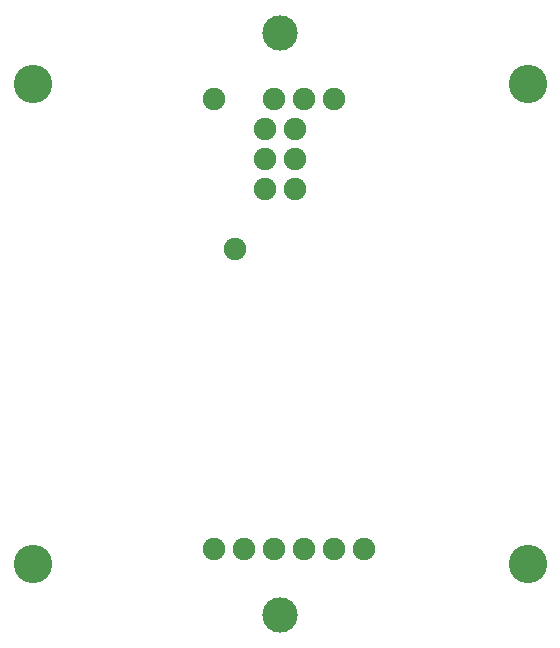
<source format=gbs>
G75*
%MOIN*%
%OFA0B0*%
%FSLAX25Y25*%
%IPPOS*%
%LPD*%
%AMOC8*
5,1,8,0,0,1.08239X$1,22.5*
%
%ADD10C,0.07493*%
%ADD11C,0.12800*%
%ADD12C,0.11800*%
D10*
X0089408Y0130000D03*
X0099408Y0130000D03*
X0109408Y0130000D03*
X0119408Y0130000D03*
X0129408Y0130000D03*
X0139408Y0130000D03*
X0096408Y0230000D03*
X0106408Y0250000D03*
X0116408Y0250000D03*
X0116408Y0260000D03*
X0106408Y0260000D03*
X0106408Y0270000D03*
X0116408Y0270000D03*
X0119408Y0280000D03*
X0129408Y0280000D03*
X0109408Y0280000D03*
X0089408Y0280000D03*
D11*
X0028908Y0285000D03*
X0193908Y0285000D03*
X0193908Y0125000D03*
X0028908Y0125000D03*
D12*
X0111408Y0108000D03*
X0111408Y0302000D03*
M02*

</source>
